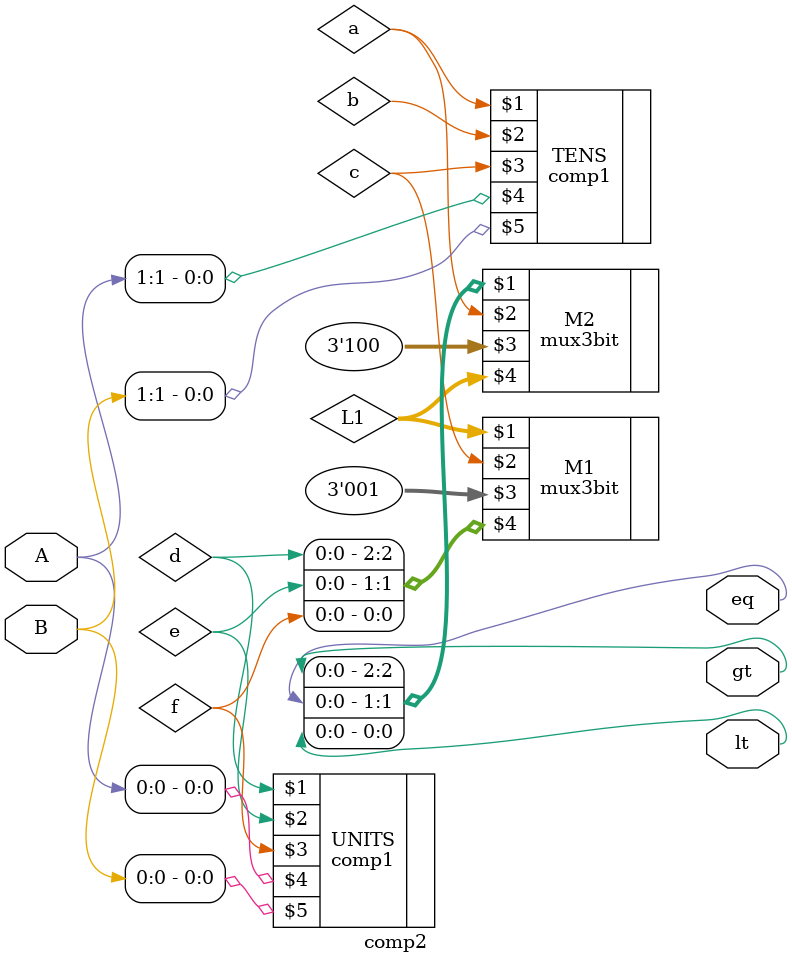
<source format=v>
module comp2 (gt,eq,lt,A,B); //5+5+12+12=34

input wire [1:0] A;
input wire [1:0] B;

output gt,eq,lt;

wire [2:0] L1;
wire gt,eq,lt;
wire a,b,c,d,e,f;

comp1 TENS (a,b,c,A[1],B[1]);
comp1 UNITS (d,e,f,A[0],B[0]);
mux3bit M1(L1,c,3'b001,{d,e,f});
mux3bit M2({gt,eq,lt},a,3'b100,L1);

endmodule


</source>
